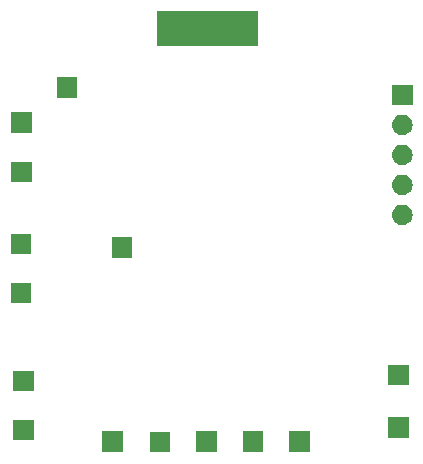
<source format=gbr>
G04 #@! TF.GenerationSoftware,KiCad,Pcbnew,(5.1.0)-1*
G04 #@! TF.CreationDate,2019-08-27T17:01:11-07:00*
G04 #@! TF.ProjectId,SDCard-PCB,53444361-7264-42d5-9043-422e6b696361,rev?*
G04 #@! TF.SameCoordinates,Original*
G04 #@! TF.FileFunction,Soldermask,Bot*
G04 #@! TF.FilePolarity,Negative*
%FSLAX46Y46*%
G04 Gerber Fmt 4.6, Leading zero omitted, Abs format (unit mm)*
G04 Created by KiCad (PCBNEW (5.1.0)-1) date 2019-08-27 17:01:11*
%MOMM*%
%LPD*%
G04 APERTURE LIST*
%ADD10C,0.100000*%
G04 APERTURE END LIST*
D10*
G36*
X115665620Y-85459940D02*
G01*
X113914820Y-85459940D01*
X113914820Y-83709140D01*
X115665620Y-83709140D01*
X115665620Y-85459940D01*
X115665620Y-85459940D01*
G37*
G36*
X127476620Y-85444700D02*
G01*
X125725820Y-85444700D01*
X125725820Y-83693900D01*
X127476620Y-83693900D01*
X127476620Y-85444700D01*
X127476620Y-85444700D01*
G37*
G36*
X111634640Y-85444700D02*
G01*
X109883840Y-85444700D01*
X109883840Y-83693900D01*
X111634640Y-83693900D01*
X111634640Y-85444700D01*
X111634640Y-85444700D01*
G37*
G36*
X119638180Y-85429460D02*
G01*
X117887380Y-85429460D01*
X117887380Y-83678660D01*
X119638180Y-83678660D01*
X119638180Y-85429460D01*
X119638180Y-85429460D01*
G37*
G36*
X123565020Y-85429460D02*
G01*
X121814220Y-85429460D01*
X121814220Y-83678660D01*
X123565020Y-83678660D01*
X123565020Y-85429460D01*
X123565020Y-85429460D01*
G37*
G36*
X104113700Y-84438500D02*
G01*
X102362900Y-84438500D01*
X102362900Y-82687700D01*
X104113700Y-82687700D01*
X104113700Y-84438500D01*
X104113700Y-84438500D01*
G37*
G36*
X135871320Y-84248360D02*
G01*
X134120520Y-84248360D01*
X134120520Y-82497560D01*
X135871320Y-82497560D01*
X135871320Y-84248360D01*
X135871320Y-84248360D01*
G37*
G36*
X104113700Y-80288500D02*
G01*
X102362900Y-80288500D01*
X102362900Y-78537700D01*
X104113700Y-78537700D01*
X104113700Y-80288500D01*
X104113700Y-80288500D01*
G37*
G36*
X135871320Y-79777960D02*
G01*
X134120520Y-79777960D01*
X134120520Y-78027160D01*
X135871320Y-78027160D01*
X135871320Y-79777960D01*
X135871320Y-79777960D01*
G37*
G36*
X103918500Y-72849300D02*
G01*
X102167700Y-72849300D01*
X102167700Y-71098500D01*
X103918500Y-71098500D01*
X103918500Y-72849300D01*
X103918500Y-72849300D01*
G37*
G36*
X112457600Y-68998200D02*
G01*
X110706800Y-68998200D01*
X110706800Y-67247400D01*
X112457600Y-67247400D01*
X112457600Y-68998200D01*
X112457600Y-68998200D01*
G37*
G36*
X103910500Y-68699300D02*
G01*
X102159700Y-68699300D01*
X102159700Y-66948500D01*
X103910500Y-66948500D01*
X103910500Y-68699300D01*
X103910500Y-68699300D01*
G37*
G36*
X135477406Y-64488926D02*
G01*
X135559915Y-64513955D01*
X135642422Y-64538983D01*
X135642424Y-64538984D01*
X135794498Y-64620269D01*
X135927796Y-64729664D01*
X136037191Y-64862962D01*
X136118476Y-65015036D01*
X136168534Y-65180054D01*
X136185435Y-65351660D01*
X136168534Y-65523266D01*
X136118476Y-65688284D01*
X136037191Y-65840358D01*
X135927796Y-65973656D01*
X135794498Y-66083051D01*
X135642424Y-66164336D01*
X135642422Y-66164337D01*
X135559915Y-66189365D01*
X135477406Y-66214394D01*
X135348802Y-66227060D01*
X135262798Y-66227060D01*
X135134194Y-66214394D01*
X135051685Y-66189365D01*
X134969178Y-66164337D01*
X134969176Y-66164336D01*
X134817102Y-66083051D01*
X134683804Y-65973656D01*
X134574409Y-65840358D01*
X134493124Y-65688284D01*
X134443066Y-65523266D01*
X134426165Y-65351660D01*
X134443066Y-65180054D01*
X134493124Y-65015036D01*
X134574409Y-64862962D01*
X134683804Y-64729664D01*
X134817102Y-64620269D01*
X134969176Y-64538984D01*
X134969178Y-64538983D01*
X135051685Y-64513955D01*
X135134194Y-64488926D01*
X135262798Y-64476260D01*
X135348802Y-64476260D01*
X135477406Y-64488926D01*
X135477406Y-64488926D01*
G37*
G36*
X135477406Y-61948926D02*
G01*
X135559915Y-61973955D01*
X135642422Y-61998983D01*
X135642424Y-61998984D01*
X135794498Y-62080269D01*
X135927796Y-62189664D01*
X136037191Y-62322962D01*
X136118476Y-62475036D01*
X136168534Y-62640054D01*
X136185435Y-62811660D01*
X136168534Y-62983266D01*
X136118476Y-63148284D01*
X136037191Y-63300358D01*
X135927796Y-63433656D01*
X135794498Y-63543051D01*
X135642424Y-63624336D01*
X135642422Y-63624337D01*
X135559915Y-63649365D01*
X135477406Y-63674394D01*
X135348802Y-63687060D01*
X135262798Y-63687060D01*
X135134194Y-63674394D01*
X135051685Y-63649365D01*
X134969178Y-63624337D01*
X134969176Y-63624336D01*
X134817102Y-63543051D01*
X134683804Y-63433656D01*
X134574409Y-63300358D01*
X134493124Y-63148284D01*
X134443066Y-62983266D01*
X134426165Y-62811660D01*
X134443066Y-62640054D01*
X134493124Y-62475036D01*
X134574409Y-62322962D01*
X134683804Y-62189664D01*
X134817102Y-62080269D01*
X134969176Y-61998984D01*
X134969178Y-61998983D01*
X135051685Y-61973955D01*
X135134194Y-61948926D01*
X135262798Y-61936260D01*
X135348802Y-61936260D01*
X135477406Y-61948926D01*
X135477406Y-61948926D01*
G37*
G36*
X103968500Y-62589300D02*
G01*
X102217700Y-62589300D01*
X102217700Y-60838500D01*
X103968500Y-60838500D01*
X103968500Y-62589300D01*
X103968500Y-62589300D01*
G37*
G36*
X135477406Y-59408926D02*
G01*
X135559915Y-59433955D01*
X135642422Y-59458983D01*
X135642424Y-59458984D01*
X135794498Y-59540269D01*
X135927796Y-59649664D01*
X136037191Y-59782962D01*
X136118476Y-59935036D01*
X136168534Y-60100054D01*
X136185435Y-60271660D01*
X136168534Y-60443266D01*
X136118476Y-60608284D01*
X136037191Y-60760358D01*
X135927796Y-60893656D01*
X135794498Y-61003051D01*
X135642424Y-61084336D01*
X135642422Y-61084337D01*
X135559915Y-61109365D01*
X135477406Y-61134394D01*
X135348802Y-61147060D01*
X135262798Y-61147060D01*
X135134194Y-61134394D01*
X135051685Y-61109365D01*
X134969178Y-61084337D01*
X134969176Y-61084336D01*
X134817102Y-61003051D01*
X134683804Y-60893656D01*
X134574409Y-60760358D01*
X134493124Y-60608284D01*
X134443066Y-60443266D01*
X134426165Y-60271660D01*
X134443066Y-60100054D01*
X134493124Y-59935036D01*
X134574409Y-59782962D01*
X134683804Y-59649664D01*
X134817102Y-59540269D01*
X134969176Y-59458984D01*
X134969178Y-59458983D01*
X135051685Y-59433955D01*
X135134194Y-59408926D01*
X135262798Y-59396260D01*
X135348802Y-59396260D01*
X135477406Y-59408926D01*
X135477406Y-59408926D01*
G37*
G36*
X135477406Y-56868926D02*
G01*
X135559915Y-56893955D01*
X135642422Y-56918983D01*
X135642424Y-56918984D01*
X135794498Y-57000269D01*
X135927796Y-57109664D01*
X136037191Y-57242962D01*
X136118476Y-57395036D01*
X136168534Y-57560054D01*
X136185435Y-57731660D01*
X136168534Y-57903266D01*
X136118476Y-58068284D01*
X136037191Y-58220358D01*
X135927796Y-58353656D01*
X135794498Y-58463051D01*
X135642424Y-58544336D01*
X135642422Y-58544337D01*
X135559915Y-58569365D01*
X135477406Y-58594394D01*
X135348802Y-58607060D01*
X135262798Y-58607060D01*
X135134194Y-58594394D01*
X135051685Y-58569365D01*
X134969178Y-58544337D01*
X134969176Y-58544336D01*
X134817102Y-58463051D01*
X134683804Y-58353656D01*
X134574409Y-58220358D01*
X134493124Y-58068284D01*
X134443066Y-57903266D01*
X134426165Y-57731660D01*
X134443066Y-57560054D01*
X134493124Y-57395036D01*
X134574409Y-57242962D01*
X134683804Y-57109664D01*
X134817102Y-57000269D01*
X134969176Y-56918984D01*
X134969178Y-56918983D01*
X135051685Y-56893955D01*
X135134194Y-56868926D01*
X135262798Y-56856260D01*
X135348802Y-56856260D01*
X135477406Y-56868926D01*
X135477406Y-56868926D01*
G37*
G36*
X103968500Y-58389300D02*
G01*
X102217700Y-58389300D01*
X102217700Y-56638500D01*
X103968500Y-56638500D01*
X103968500Y-58389300D01*
X103968500Y-58389300D01*
G37*
G36*
X136181200Y-56067060D02*
G01*
X134430400Y-56067060D01*
X134430400Y-54316260D01*
X136181200Y-54316260D01*
X136181200Y-56067060D01*
X136181200Y-56067060D01*
G37*
G36*
X107809400Y-55460000D02*
G01*
X106058600Y-55460000D01*
X106058600Y-53709200D01*
X107809400Y-53709200D01*
X107809400Y-55460000D01*
X107809400Y-55460000D01*
G37*
G36*
X123125400Y-51075400D02*
G01*
X114574600Y-51075400D01*
X114574600Y-48124600D01*
X123125400Y-48124600D01*
X123125400Y-51075400D01*
X123125400Y-51075400D01*
G37*
M02*

</source>
